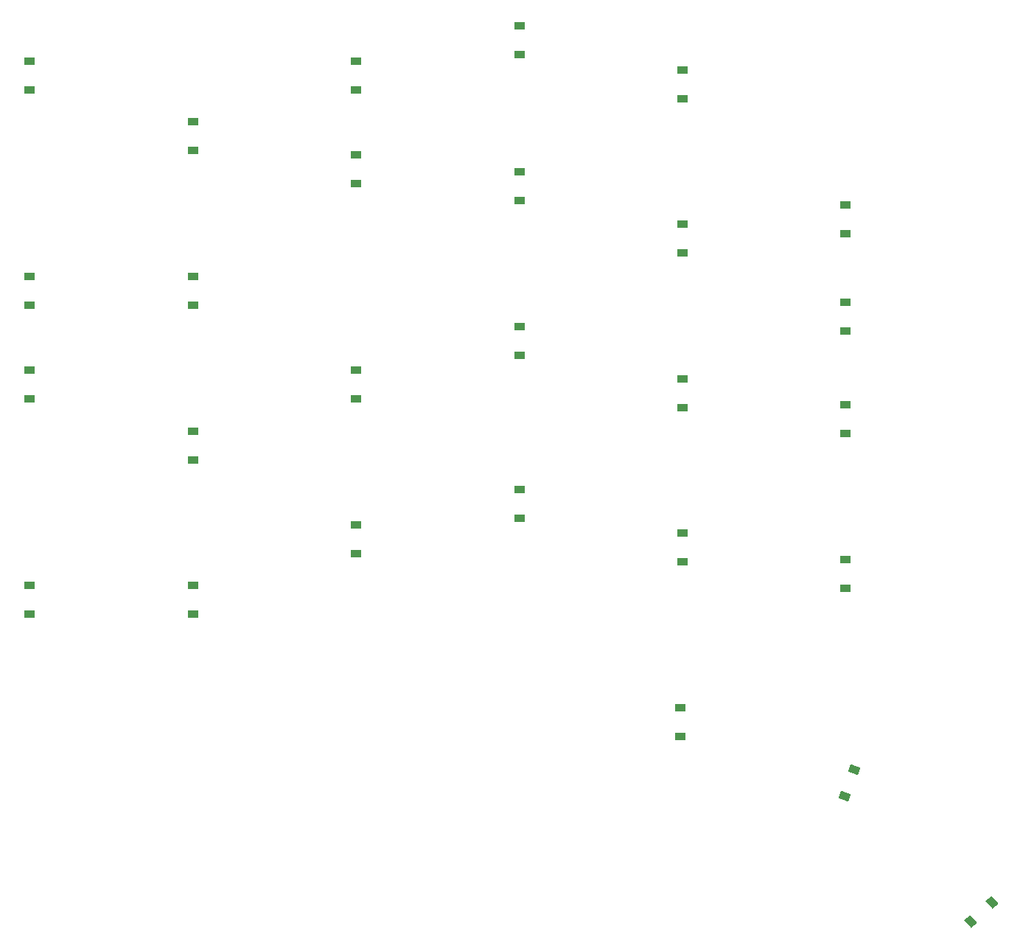
<source format=gbr>
%TF.GenerationSoftware,KiCad,Pcbnew,8.0.7*%
%TF.CreationDate,2024-12-27T12:49:26-06:00*%
%TF.ProjectId,left,6c656674-2e6b-4696-9361-645f70636258,v1.0.0*%
%TF.SameCoordinates,Original*%
%TF.FileFunction,Paste,Top*%
%TF.FilePolarity,Positive*%
%FSLAX46Y46*%
G04 Gerber Fmt 4.6, Leading zero omitted, Abs format (unit mm)*
G04 Created by KiCad (PCBNEW 8.0.7) date 2024-12-27 12:49:26*
%MOMM*%
%LPD*%
G01*
G04 APERTURE LIST*
G04 Aperture macros list*
%AMRotRect*
0 Rectangle, with rotation*
0 The origin of the aperture is its center*
0 $1 length*
0 $2 width*
0 $3 Rotation angle, in degrees counterclockwise*
0 Add horizontal line*
21,1,$1,$2,0,0,$3*%
G04 Aperture macros list end*
%ADD10R,1.200000X0.900000*%
%ADD11RotRect,0.900000X1.200000X42.000000*%
%ADD12RotRect,0.900000X1.200000X70.000000*%
G04 APERTURE END LIST*
D10*
%TO.C,D13*%
X182800000Y-131400000D03*
X182800000Y-128100000D03*
%TD*%
%TO.C,D14*%
X182800000Y-113650000D03*
X182800000Y-110350000D03*
%TD*%
%TO.C,D25*%
X145300000Y-105650000D03*
X145300000Y-102350000D03*
%TD*%
%TO.C,D27*%
X164050000Y-90900000D03*
X164050000Y-87600000D03*
%TD*%
%TO.C,D1*%
X107800000Y-155150000D03*
X107800000Y-151850000D03*
%TD*%
%TO.C,D12*%
X182800000Y-149150000D03*
X182800000Y-145850000D03*
%TD*%
%TO.C,D11*%
X164050000Y-107650000D03*
X164050000Y-104350000D03*
%TD*%
%TO.C,D15*%
X182800000Y-95900000D03*
X182800000Y-92600000D03*
%TD*%
D11*
%TO.C,D20*%
X215920612Y-190462676D03*
X218372990Y-188254544D03*
%TD*%
D10*
%TO.C,D22*%
X201550000Y-122650000D03*
X201550000Y-119350000D03*
%TD*%
%TO.C,D18*%
X182550000Y-169150000D03*
X182550000Y-165850000D03*
%TD*%
%TO.C,D24*%
X107800000Y-94900000D03*
X107800000Y-91600000D03*
%TD*%
%TO.C,D9*%
X145300000Y-94900000D03*
X145300000Y-91600000D03*
%TD*%
%TO.C,D4*%
X126550000Y-137400000D03*
X126550000Y-134100000D03*
%TD*%
%TO.C,D3*%
X126550000Y-155150000D03*
X126550000Y-151850000D03*
%TD*%
%TO.C,D16*%
X201550000Y-152150000D03*
X201550000Y-148850000D03*
%TD*%
%TO.C,D17*%
X201550000Y-134400000D03*
X201550000Y-131100000D03*
%TD*%
%TO.C,D26*%
X164050000Y-144150000D03*
X164050000Y-140850000D03*
%TD*%
%TO.C,D23*%
X107800000Y-130400000D03*
X107800000Y-127100000D03*
%TD*%
%TO.C,D21*%
X201550000Y-111400000D03*
X201550000Y-108100000D03*
%TD*%
%TO.C,D8*%
X145300000Y-130400000D03*
X145300000Y-127100000D03*
%TD*%
%TO.C,D7*%
X145300000Y-148150000D03*
X145300000Y-144850000D03*
%TD*%
%TO.C,D10*%
X164050000Y-125400000D03*
X164050000Y-122100000D03*
%TD*%
%TO.C,D5*%
X126550000Y-119650000D03*
X126550000Y-116350000D03*
%TD*%
D12*
%TO.C,D19*%
X201437769Y-176068677D03*
X202566435Y-172967691D03*
%TD*%
D10*
%TO.C,D6*%
X126550000Y-101900000D03*
X126550000Y-98600000D03*
%TD*%
%TO.C,D2*%
X107800000Y-119650000D03*
X107800000Y-116350000D03*
%TD*%
M02*

</source>
